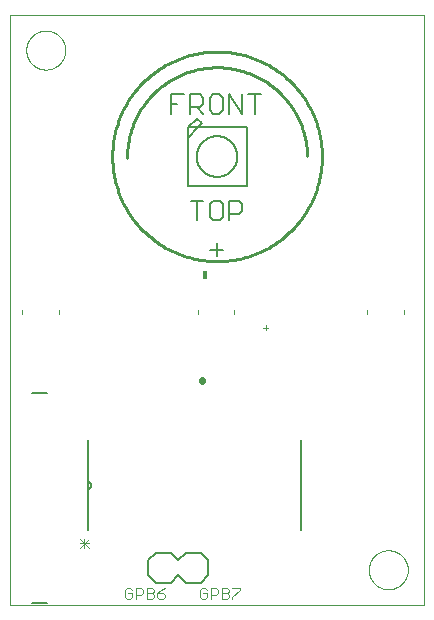
<source format=gto>
G75*
%MOIN*%
%OFA0B0*%
%FSLAX25Y25*%
%IPPOS*%
%LPD*%
%AMOC8*
5,1,8,0,0,1.08239X$1,22.5*
%
%ADD10C,0.00000*%
%ADD11C,0.00600*%
%ADD12C,0.00300*%
%ADD13C,0.01000*%
%ADD14C,0.00500*%
%ADD15C,0.00800*%
%ADD16C,0.00400*%
%ADD17C,0.02200*%
%ADD18R,0.01800X0.03000*%
D10*
X0007524Y0003094D02*
X0007524Y0199944D01*
X0145319Y0199944D01*
X0145319Y0003094D01*
X0007524Y0003094D01*
X0127008Y0014905D02*
X0127010Y0015066D01*
X0127016Y0015226D01*
X0127026Y0015387D01*
X0127040Y0015547D01*
X0127058Y0015707D01*
X0127079Y0015866D01*
X0127105Y0016025D01*
X0127135Y0016183D01*
X0127168Y0016340D01*
X0127206Y0016497D01*
X0127247Y0016652D01*
X0127292Y0016806D01*
X0127341Y0016959D01*
X0127394Y0017111D01*
X0127450Y0017262D01*
X0127511Y0017411D01*
X0127574Y0017559D01*
X0127642Y0017705D01*
X0127713Y0017849D01*
X0127787Y0017991D01*
X0127865Y0018132D01*
X0127947Y0018270D01*
X0128032Y0018407D01*
X0128120Y0018541D01*
X0128212Y0018673D01*
X0128307Y0018803D01*
X0128405Y0018931D01*
X0128506Y0019056D01*
X0128610Y0019178D01*
X0128717Y0019298D01*
X0128827Y0019415D01*
X0128940Y0019530D01*
X0129056Y0019641D01*
X0129175Y0019750D01*
X0129296Y0019855D01*
X0129420Y0019958D01*
X0129546Y0020058D01*
X0129674Y0020154D01*
X0129805Y0020247D01*
X0129939Y0020337D01*
X0130074Y0020424D01*
X0130212Y0020507D01*
X0130351Y0020587D01*
X0130493Y0020663D01*
X0130636Y0020736D01*
X0130781Y0020805D01*
X0130928Y0020871D01*
X0131076Y0020933D01*
X0131226Y0020991D01*
X0131377Y0021046D01*
X0131530Y0021097D01*
X0131684Y0021144D01*
X0131839Y0021187D01*
X0131995Y0021226D01*
X0132151Y0021262D01*
X0132309Y0021293D01*
X0132467Y0021321D01*
X0132626Y0021345D01*
X0132786Y0021365D01*
X0132946Y0021381D01*
X0133106Y0021393D01*
X0133267Y0021401D01*
X0133428Y0021405D01*
X0133588Y0021405D01*
X0133749Y0021401D01*
X0133910Y0021393D01*
X0134070Y0021381D01*
X0134230Y0021365D01*
X0134390Y0021345D01*
X0134549Y0021321D01*
X0134707Y0021293D01*
X0134865Y0021262D01*
X0135021Y0021226D01*
X0135177Y0021187D01*
X0135332Y0021144D01*
X0135486Y0021097D01*
X0135639Y0021046D01*
X0135790Y0020991D01*
X0135940Y0020933D01*
X0136088Y0020871D01*
X0136235Y0020805D01*
X0136380Y0020736D01*
X0136523Y0020663D01*
X0136665Y0020587D01*
X0136804Y0020507D01*
X0136942Y0020424D01*
X0137077Y0020337D01*
X0137211Y0020247D01*
X0137342Y0020154D01*
X0137470Y0020058D01*
X0137596Y0019958D01*
X0137720Y0019855D01*
X0137841Y0019750D01*
X0137960Y0019641D01*
X0138076Y0019530D01*
X0138189Y0019415D01*
X0138299Y0019298D01*
X0138406Y0019178D01*
X0138510Y0019056D01*
X0138611Y0018931D01*
X0138709Y0018803D01*
X0138804Y0018673D01*
X0138896Y0018541D01*
X0138984Y0018407D01*
X0139069Y0018270D01*
X0139151Y0018132D01*
X0139229Y0017991D01*
X0139303Y0017849D01*
X0139374Y0017705D01*
X0139442Y0017559D01*
X0139505Y0017411D01*
X0139566Y0017262D01*
X0139622Y0017111D01*
X0139675Y0016959D01*
X0139724Y0016806D01*
X0139769Y0016652D01*
X0139810Y0016497D01*
X0139848Y0016340D01*
X0139881Y0016183D01*
X0139911Y0016025D01*
X0139937Y0015866D01*
X0139958Y0015707D01*
X0139976Y0015547D01*
X0139990Y0015387D01*
X0140000Y0015226D01*
X0140006Y0015066D01*
X0140008Y0014905D01*
X0140006Y0014744D01*
X0140000Y0014584D01*
X0139990Y0014423D01*
X0139976Y0014263D01*
X0139958Y0014103D01*
X0139937Y0013944D01*
X0139911Y0013785D01*
X0139881Y0013627D01*
X0139848Y0013470D01*
X0139810Y0013313D01*
X0139769Y0013158D01*
X0139724Y0013004D01*
X0139675Y0012851D01*
X0139622Y0012699D01*
X0139566Y0012548D01*
X0139505Y0012399D01*
X0139442Y0012251D01*
X0139374Y0012105D01*
X0139303Y0011961D01*
X0139229Y0011819D01*
X0139151Y0011678D01*
X0139069Y0011540D01*
X0138984Y0011403D01*
X0138896Y0011269D01*
X0138804Y0011137D01*
X0138709Y0011007D01*
X0138611Y0010879D01*
X0138510Y0010754D01*
X0138406Y0010632D01*
X0138299Y0010512D01*
X0138189Y0010395D01*
X0138076Y0010280D01*
X0137960Y0010169D01*
X0137841Y0010060D01*
X0137720Y0009955D01*
X0137596Y0009852D01*
X0137470Y0009752D01*
X0137342Y0009656D01*
X0137211Y0009563D01*
X0137077Y0009473D01*
X0136942Y0009386D01*
X0136804Y0009303D01*
X0136665Y0009223D01*
X0136523Y0009147D01*
X0136380Y0009074D01*
X0136235Y0009005D01*
X0136088Y0008939D01*
X0135940Y0008877D01*
X0135790Y0008819D01*
X0135639Y0008764D01*
X0135486Y0008713D01*
X0135332Y0008666D01*
X0135177Y0008623D01*
X0135021Y0008584D01*
X0134865Y0008548D01*
X0134707Y0008517D01*
X0134549Y0008489D01*
X0134390Y0008465D01*
X0134230Y0008445D01*
X0134070Y0008429D01*
X0133910Y0008417D01*
X0133749Y0008409D01*
X0133588Y0008405D01*
X0133428Y0008405D01*
X0133267Y0008409D01*
X0133106Y0008417D01*
X0132946Y0008429D01*
X0132786Y0008445D01*
X0132626Y0008465D01*
X0132467Y0008489D01*
X0132309Y0008517D01*
X0132151Y0008548D01*
X0131995Y0008584D01*
X0131839Y0008623D01*
X0131684Y0008666D01*
X0131530Y0008713D01*
X0131377Y0008764D01*
X0131226Y0008819D01*
X0131076Y0008877D01*
X0130928Y0008939D01*
X0130781Y0009005D01*
X0130636Y0009074D01*
X0130493Y0009147D01*
X0130351Y0009223D01*
X0130212Y0009303D01*
X0130074Y0009386D01*
X0129939Y0009473D01*
X0129805Y0009563D01*
X0129674Y0009656D01*
X0129546Y0009752D01*
X0129420Y0009852D01*
X0129296Y0009955D01*
X0129175Y0010060D01*
X0129056Y0010169D01*
X0128940Y0010280D01*
X0128827Y0010395D01*
X0128717Y0010512D01*
X0128610Y0010632D01*
X0128506Y0010754D01*
X0128405Y0010879D01*
X0128307Y0011007D01*
X0128212Y0011137D01*
X0128120Y0011269D01*
X0128032Y0011403D01*
X0127947Y0011540D01*
X0127865Y0011678D01*
X0127787Y0011819D01*
X0127713Y0011961D01*
X0127642Y0012105D01*
X0127574Y0012251D01*
X0127511Y0012399D01*
X0127450Y0012548D01*
X0127394Y0012699D01*
X0127341Y0012851D01*
X0127292Y0013004D01*
X0127247Y0013158D01*
X0127206Y0013313D01*
X0127168Y0013470D01*
X0127135Y0013627D01*
X0127105Y0013785D01*
X0127079Y0013944D01*
X0127058Y0014103D01*
X0127040Y0014263D01*
X0127026Y0014423D01*
X0127016Y0014584D01*
X0127010Y0014744D01*
X0127008Y0014905D01*
X0012835Y0188133D02*
X0012837Y0188294D01*
X0012843Y0188454D01*
X0012853Y0188615D01*
X0012867Y0188775D01*
X0012885Y0188935D01*
X0012906Y0189094D01*
X0012932Y0189253D01*
X0012962Y0189411D01*
X0012995Y0189568D01*
X0013033Y0189725D01*
X0013074Y0189880D01*
X0013119Y0190034D01*
X0013168Y0190187D01*
X0013221Y0190339D01*
X0013277Y0190490D01*
X0013338Y0190639D01*
X0013401Y0190787D01*
X0013469Y0190933D01*
X0013540Y0191077D01*
X0013614Y0191219D01*
X0013692Y0191360D01*
X0013774Y0191498D01*
X0013859Y0191635D01*
X0013947Y0191769D01*
X0014039Y0191901D01*
X0014134Y0192031D01*
X0014232Y0192159D01*
X0014333Y0192284D01*
X0014437Y0192406D01*
X0014544Y0192526D01*
X0014654Y0192643D01*
X0014767Y0192758D01*
X0014883Y0192869D01*
X0015002Y0192978D01*
X0015123Y0193083D01*
X0015247Y0193186D01*
X0015373Y0193286D01*
X0015501Y0193382D01*
X0015632Y0193475D01*
X0015766Y0193565D01*
X0015901Y0193652D01*
X0016039Y0193735D01*
X0016178Y0193815D01*
X0016320Y0193891D01*
X0016463Y0193964D01*
X0016608Y0194033D01*
X0016755Y0194099D01*
X0016903Y0194161D01*
X0017053Y0194219D01*
X0017204Y0194274D01*
X0017357Y0194325D01*
X0017511Y0194372D01*
X0017666Y0194415D01*
X0017822Y0194454D01*
X0017978Y0194490D01*
X0018136Y0194521D01*
X0018294Y0194549D01*
X0018453Y0194573D01*
X0018613Y0194593D01*
X0018773Y0194609D01*
X0018933Y0194621D01*
X0019094Y0194629D01*
X0019255Y0194633D01*
X0019415Y0194633D01*
X0019576Y0194629D01*
X0019737Y0194621D01*
X0019897Y0194609D01*
X0020057Y0194593D01*
X0020217Y0194573D01*
X0020376Y0194549D01*
X0020534Y0194521D01*
X0020692Y0194490D01*
X0020848Y0194454D01*
X0021004Y0194415D01*
X0021159Y0194372D01*
X0021313Y0194325D01*
X0021466Y0194274D01*
X0021617Y0194219D01*
X0021767Y0194161D01*
X0021915Y0194099D01*
X0022062Y0194033D01*
X0022207Y0193964D01*
X0022350Y0193891D01*
X0022492Y0193815D01*
X0022631Y0193735D01*
X0022769Y0193652D01*
X0022904Y0193565D01*
X0023038Y0193475D01*
X0023169Y0193382D01*
X0023297Y0193286D01*
X0023423Y0193186D01*
X0023547Y0193083D01*
X0023668Y0192978D01*
X0023787Y0192869D01*
X0023903Y0192758D01*
X0024016Y0192643D01*
X0024126Y0192526D01*
X0024233Y0192406D01*
X0024337Y0192284D01*
X0024438Y0192159D01*
X0024536Y0192031D01*
X0024631Y0191901D01*
X0024723Y0191769D01*
X0024811Y0191635D01*
X0024896Y0191498D01*
X0024978Y0191360D01*
X0025056Y0191219D01*
X0025130Y0191077D01*
X0025201Y0190933D01*
X0025269Y0190787D01*
X0025332Y0190639D01*
X0025393Y0190490D01*
X0025449Y0190339D01*
X0025502Y0190187D01*
X0025551Y0190034D01*
X0025596Y0189880D01*
X0025637Y0189725D01*
X0025675Y0189568D01*
X0025708Y0189411D01*
X0025738Y0189253D01*
X0025764Y0189094D01*
X0025785Y0188935D01*
X0025803Y0188775D01*
X0025817Y0188615D01*
X0025827Y0188454D01*
X0025833Y0188294D01*
X0025835Y0188133D01*
X0025833Y0187972D01*
X0025827Y0187812D01*
X0025817Y0187651D01*
X0025803Y0187491D01*
X0025785Y0187331D01*
X0025764Y0187172D01*
X0025738Y0187013D01*
X0025708Y0186855D01*
X0025675Y0186698D01*
X0025637Y0186541D01*
X0025596Y0186386D01*
X0025551Y0186232D01*
X0025502Y0186079D01*
X0025449Y0185927D01*
X0025393Y0185776D01*
X0025332Y0185627D01*
X0025269Y0185479D01*
X0025201Y0185333D01*
X0025130Y0185189D01*
X0025056Y0185047D01*
X0024978Y0184906D01*
X0024896Y0184768D01*
X0024811Y0184631D01*
X0024723Y0184497D01*
X0024631Y0184365D01*
X0024536Y0184235D01*
X0024438Y0184107D01*
X0024337Y0183982D01*
X0024233Y0183860D01*
X0024126Y0183740D01*
X0024016Y0183623D01*
X0023903Y0183508D01*
X0023787Y0183397D01*
X0023668Y0183288D01*
X0023547Y0183183D01*
X0023423Y0183080D01*
X0023297Y0182980D01*
X0023169Y0182884D01*
X0023038Y0182791D01*
X0022904Y0182701D01*
X0022769Y0182614D01*
X0022631Y0182531D01*
X0022492Y0182451D01*
X0022350Y0182375D01*
X0022207Y0182302D01*
X0022062Y0182233D01*
X0021915Y0182167D01*
X0021767Y0182105D01*
X0021617Y0182047D01*
X0021466Y0181992D01*
X0021313Y0181941D01*
X0021159Y0181894D01*
X0021004Y0181851D01*
X0020848Y0181812D01*
X0020692Y0181776D01*
X0020534Y0181745D01*
X0020376Y0181717D01*
X0020217Y0181693D01*
X0020057Y0181673D01*
X0019897Y0181657D01*
X0019737Y0181645D01*
X0019576Y0181637D01*
X0019415Y0181633D01*
X0019255Y0181633D01*
X0019094Y0181637D01*
X0018933Y0181645D01*
X0018773Y0181657D01*
X0018613Y0181673D01*
X0018453Y0181693D01*
X0018294Y0181717D01*
X0018136Y0181745D01*
X0017978Y0181776D01*
X0017822Y0181812D01*
X0017666Y0181851D01*
X0017511Y0181894D01*
X0017357Y0181941D01*
X0017204Y0181992D01*
X0017053Y0182047D01*
X0016903Y0182105D01*
X0016755Y0182167D01*
X0016608Y0182233D01*
X0016463Y0182302D01*
X0016320Y0182375D01*
X0016178Y0182451D01*
X0016039Y0182531D01*
X0015901Y0182614D01*
X0015766Y0182701D01*
X0015632Y0182791D01*
X0015501Y0182884D01*
X0015373Y0182980D01*
X0015247Y0183080D01*
X0015123Y0183183D01*
X0015002Y0183288D01*
X0014883Y0183397D01*
X0014767Y0183508D01*
X0014654Y0183623D01*
X0014544Y0183740D01*
X0014437Y0183860D01*
X0014333Y0183982D01*
X0014232Y0184107D01*
X0014134Y0184235D01*
X0014039Y0184365D01*
X0013947Y0184497D01*
X0013859Y0184631D01*
X0013774Y0184768D01*
X0013692Y0184906D01*
X0013614Y0185047D01*
X0013540Y0185189D01*
X0013469Y0185333D01*
X0013401Y0185479D01*
X0013338Y0185627D01*
X0013277Y0185776D01*
X0013221Y0185927D01*
X0013168Y0186079D01*
X0013119Y0186232D01*
X0013074Y0186386D01*
X0013033Y0186541D01*
X0012995Y0186698D01*
X0012962Y0186855D01*
X0012932Y0187013D01*
X0012906Y0187172D01*
X0012885Y0187331D01*
X0012867Y0187491D01*
X0012853Y0187651D01*
X0012843Y0187812D01*
X0012837Y0187972D01*
X0012835Y0188133D01*
D11*
X0061088Y0173358D02*
X0061088Y0166953D01*
X0061088Y0170156D02*
X0063223Y0170156D01*
X0061088Y0173358D02*
X0065358Y0173358D01*
X0067533Y0173358D02*
X0070736Y0173358D01*
X0071804Y0172291D01*
X0071804Y0170156D01*
X0070736Y0169088D01*
X0067533Y0169088D01*
X0067533Y0166953D02*
X0067533Y0173358D01*
X0069669Y0169088D02*
X0071804Y0166953D01*
X0073979Y0168020D02*
X0075046Y0166953D01*
X0077182Y0166953D01*
X0078249Y0168020D01*
X0078249Y0172291D01*
X0077182Y0173358D01*
X0075046Y0173358D01*
X0073979Y0172291D01*
X0073979Y0168020D01*
X0080424Y0166953D02*
X0080424Y0173358D01*
X0084695Y0166953D01*
X0084695Y0173358D01*
X0086870Y0173358D02*
X0091140Y0173358D01*
X0089005Y0173358D02*
X0089005Y0166953D01*
X0083690Y0137858D02*
X0080487Y0137858D01*
X0080487Y0131453D01*
X0080487Y0133588D02*
X0083690Y0133588D01*
X0084757Y0134656D01*
X0084757Y0136791D01*
X0083690Y0137858D01*
X0078312Y0136791D02*
X0078312Y0132520D01*
X0077244Y0131453D01*
X0075109Y0131453D01*
X0074041Y0132520D01*
X0074041Y0136791D01*
X0075109Y0137858D01*
X0077244Y0137858D01*
X0078312Y0136791D01*
X0071866Y0137858D02*
X0067596Y0137858D01*
X0069731Y0137858D02*
X0069731Y0131453D01*
X0076345Y0123724D02*
X0076345Y0119454D01*
X0074210Y0121589D02*
X0078480Y0121589D01*
X0104535Y0058114D02*
X0104535Y0028114D01*
X0033335Y0028114D02*
X0033335Y0041914D01*
X0033335Y0044314D01*
X0033335Y0058114D01*
X0033335Y0044314D02*
X0033404Y0044312D01*
X0033472Y0044306D01*
X0033540Y0044296D01*
X0033607Y0044283D01*
X0033673Y0044265D01*
X0033738Y0044244D01*
X0033802Y0044219D01*
X0033864Y0044191D01*
X0033925Y0044159D01*
X0033984Y0044124D01*
X0034040Y0044085D01*
X0034095Y0044043D01*
X0034146Y0043998D01*
X0034196Y0043950D01*
X0034242Y0043900D01*
X0034285Y0043847D01*
X0034326Y0043791D01*
X0034363Y0043734D01*
X0034396Y0043674D01*
X0034427Y0043612D01*
X0034453Y0043549D01*
X0034476Y0043485D01*
X0034496Y0043419D01*
X0034511Y0043352D01*
X0034523Y0043285D01*
X0034531Y0043217D01*
X0034535Y0043148D01*
X0034535Y0043080D01*
X0034531Y0043011D01*
X0034523Y0042943D01*
X0034511Y0042876D01*
X0034496Y0042809D01*
X0034476Y0042743D01*
X0034453Y0042679D01*
X0034427Y0042616D01*
X0034396Y0042554D01*
X0034363Y0042494D01*
X0034326Y0042437D01*
X0034285Y0042381D01*
X0034242Y0042328D01*
X0034196Y0042278D01*
X0034146Y0042230D01*
X0034095Y0042185D01*
X0034040Y0042143D01*
X0033984Y0042104D01*
X0033925Y0042069D01*
X0033864Y0042037D01*
X0033802Y0042009D01*
X0033738Y0041984D01*
X0033673Y0041963D01*
X0033607Y0041945D01*
X0033540Y0041932D01*
X0033472Y0041922D01*
X0033404Y0041916D01*
X0033335Y0041914D01*
D12*
X0033801Y0025300D02*
X0030665Y0022164D01*
X0030665Y0023732D02*
X0033801Y0023732D01*
X0033801Y0022164D02*
X0030665Y0025300D01*
X0032233Y0025300D02*
X0032233Y0022164D01*
X0045674Y0008246D02*
X0045674Y0005819D01*
X0046281Y0005212D01*
X0047494Y0005212D01*
X0048101Y0005819D01*
X0048101Y0007032D01*
X0046887Y0007032D01*
X0045674Y0008246D02*
X0046281Y0008852D01*
X0047494Y0008852D01*
X0048101Y0008246D01*
X0049299Y0008852D02*
X0051119Y0008852D01*
X0051726Y0008246D01*
X0051726Y0007032D01*
X0051119Y0006426D01*
X0049299Y0006426D01*
X0049299Y0005212D02*
X0049299Y0008852D01*
X0052924Y0008852D02*
X0052924Y0005212D01*
X0054744Y0005212D01*
X0055351Y0005819D01*
X0055351Y0006426D01*
X0054744Y0007032D01*
X0052924Y0007032D01*
X0052924Y0008852D02*
X0054744Y0008852D01*
X0055351Y0008246D01*
X0055351Y0007639D01*
X0054744Y0007032D01*
X0056550Y0007032D02*
X0056550Y0005819D01*
X0057156Y0005212D01*
X0058370Y0005212D01*
X0058976Y0005819D01*
X0058976Y0006426D01*
X0058370Y0007032D01*
X0056550Y0007032D01*
X0057763Y0008246D01*
X0058976Y0008852D01*
X0070674Y0008246D02*
X0070674Y0005819D01*
X0071281Y0005212D01*
X0072494Y0005212D01*
X0073101Y0005819D01*
X0073101Y0007032D01*
X0071888Y0007032D01*
X0073101Y0008246D02*
X0072494Y0008852D01*
X0071281Y0008852D01*
X0070674Y0008246D01*
X0074299Y0008852D02*
X0074299Y0005212D01*
X0074299Y0006426D02*
X0076119Y0006426D01*
X0076726Y0007032D01*
X0076726Y0008246D01*
X0076119Y0008852D01*
X0074299Y0008852D01*
X0077924Y0008852D02*
X0077924Y0005212D01*
X0079744Y0005212D01*
X0080351Y0005819D01*
X0080351Y0006426D01*
X0079744Y0007032D01*
X0077924Y0007032D01*
X0077924Y0008852D02*
X0079744Y0008852D01*
X0080351Y0008246D01*
X0080351Y0007639D01*
X0079744Y0007032D01*
X0081550Y0005819D02*
X0081550Y0005212D01*
X0081550Y0005819D02*
X0083976Y0008246D01*
X0083976Y0008852D01*
X0081550Y0008852D01*
X0092625Y0094719D02*
X0092625Y0096621D01*
X0091674Y0095670D02*
X0093575Y0095670D01*
D13*
X0106422Y0152701D02*
X0106406Y0153431D01*
X0106372Y0154161D01*
X0106320Y0154890D01*
X0106250Y0155617D01*
X0106162Y0156342D01*
X0106057Y0157065D01*
X0105934Y0157786D01*
X0105794Y0158503D01*
X0105637Y0159216D01*
X0105462Y0159925D01*
X0105270Y0160630D01*
X0105060Y0161330D01*
X0104834Y0162025D01*
X0104591Y0162714D01*
X0104331Y0163397D01*
X0104055Y0164073D01*
X0103762Y0164743D01*
X0103453Y0165405D01*
X0103128Y0166059D01*
X0102787Y0166706D01*
X0102431Y0167343D01*
X0102059Y0167972D01*
X0101672Y0168592D01*
X0101270Y0169202D01*
X0100853Y0169802D01*
X0100422Y0170392D01*
X0099976Y0170971D01*
X0099517Y0171539D01*
X0099043Y0172096D01*
X0098557Y0172641D01*
X0098057Y0173174D01*
X0097545Y0173694D01*
X0097019Y0174202D01*
X0096482Y0174697D01*
X0095933Y0175179D01*
X0095372Y0175648D01*
X0094800Y0176102D01*
X0094217Y0176543D01*
X0093624Y0176969D01*
X0093020Y0177380D01*
X0092407Y0177777D01*
X0091784Y0178159D01*
X0091151Y0178525D01*
X0090511Y0178876D01*
X0089861Y0179212D01*
X0089204Y0179531D01*
X0088540Y0179834D01*
X0087868Y0180121D01*
X0087189Y0180391D01*
X0086504Y0180645D01*
X0085813Y0180882D01*
X0085116Y0181103D01*
X0084414Y0181306D01*
X0083708Y0181492D01*
X0082997Y0181661D01*
X0082282Y0181812D01*
X0081564Y0181946D01*
X0080842Y0182063D01*
X0080119Y0182161D01*
X0079392Y0182243D01*
X0078665Y0182306D01*
X0077935Y0182352D01*
X0077205Y0182380D01*
X0076475Y0182390D01*
X0075744Y0182382D01*
X0075014Y0182357D01*
X0074285Y0182314D01*
X0073556Y0182253D01*
X0072830Y0182174D01*
X0072106Y0182078D01*
X0071384Y0181964D01*
X0070665Y0181833D01*
X0069950Y0181684D01*
X0069239Y0181517D01*
X0068531Y0181334D01*
X0067829Y0181133D01*
X0067132Y0180915D01*
X0066440Y0180681D01*
X0065754Y0180429D01*
X0065074Y0180161D01*
X0064401Y0179876D01*
X0063735Y0179576D01*
X0063077Y0179259D01*
X0062427Y0178926D01*
X0061784Y0178577D01*
X0061151Y0178213D01*
X0060527Y0177833D01*
X0059912Y0177439D01*
X0059307Y0177029D01*
X0058712Y0176605D01*
X0058127Y0176167D01*
X0057554Y0175714D01*
X0056991Y0175248D01*
X0056440Y0174768D01*
X0055901Y0174275D01*
X0055374Y0173768D01*
X0054860Y0173250D01*
X0054358Y0172718D01*
X0053870Y0172175D01*
X0053395Y0171620D01*
X0052933Y0171054D01*
X0052486Y0170476D01*
X0052052Y0169888D01*
X0051633Y0169289D01*
X0051229Y0168681D01*
X0050840Y0168062D01*
X0050466Y0167435D01*
X0050107Y0166798D01*
X0049764Y0166153D01*
X0049437Y0165500D01*
X0049126Y0164839D01*
X0048830Y0164170D01*
X0048552Y0163495D01*
X0048289Y0162813D01*
X0048044Y0162125D01*
X0047815Y0161431D01*
X0047604Y0160732D01*
X0047409Y0160028D01*
X0047232Y0159319D01*
X0047071Y0158606D01*
X0046929Y0157889D01*
X0046803Y0157169D01*
X0046696Y0156447D01*
X0046606Y0155722D01*
X0046533Y0154995D01*
X0046479Y0154266D01*
X0046442Y0153536D01*
X0046423Y0152806D01*
X0046422Y0152075D01*
X0041483Y0152700D02*
X0041494Y0153557D01*
X0041525Y0154414D01*
X0041578Y0155270D01*
X0041651Y0156125D01*
X0041746Y0156977D01*
X0041861Y0157827D01*
X0041997Y0158673D01*
X0042154Y0159516D01*
X0042332Y0160355D01*
X0042530Y0161189D01*
X0042749Y0162019D01*
X0042987Y0162842D01*
X0043246Y0163660D01*
X0043525Y0164471D01*
X0043824Y0165274D01*
X0044143Y0166071D01*
X0044480Y0166859D01*
X0044838Y0167638D01*
X0045214Y0168409D01*
X0045609Y0169170D01*
X0046022Y0169921D01*
X0046454Y0170662D01*
X0046904Y0171392D01*
X0047371Y0172111D01*
X0047856Y0172818D01*
X0048359Y0173513D01*
X0048878Y0174196D01*
X0049414Y0174865D01*
X0049966Y0175521D01*
X0050534Y0176164D01*
X0051118Y0176792D01*
X0051716Y0177406D01*
X0052330Y0178004D01*
X0052958Y0178588D01*
X0053601Y0179156D01*
X0054257Y0179708D01*
X0054926Y0180244D01*
X0055609Y0180763D01*
X0056304Y0181266D01*
X0057011Y0181751D01*
X0057730Y0182218D01*
X0058460Y0182668D01*
X0059201Y0183100D01*
X0059952Y0183513D01*
X0060713Y0183908D01*
X0061484Y0184284D01*
X0062263Y0184642D01*
X0063051Y0184979D01*
X0063848Y0185298D01*
X0064651Y0185597D01*
X0065462Y0185876D01*
X0066280Y0186135D01*
X0067103Y0186373D01*
X0067933Y0186592D01*
X0068767Y0186790D01*
X0069606Y0186968D01*
X0070449Y0187125D01*
X0071295Y0187261D01*
X0072145Y0187376D01*
X0072997Y0187471D01*
X0073852Y0187544D01*
X0074708Y0187597D01*
X0075565Y0187628D01*
X0076422Y0187639D01*
X0077279Y0187628D01*
X0078136Y0187597D01*
X0078992Y0187544D01*
X0079847Y0187471D01*
X0080699Y0187376D01*
X0081549Y0187261D01*
X0082395Y0187125D01*
X0083238Y0186968D01*
X0084077Y0186790D01*
X0084911Y0186592D01*
X0085741Y0186373D01*
X0086564Y0186135D01*
X0087382Y0185876D01*
X0088193Y0185597D01*
X0088996Y0185298D01*
X0089793Y0184979D01*
X0090581Y0184642D01*
X0091360Y0184284D01*
X0092131Y0183908D01*
X0092892Y0183513D01*
X0093643Y0183100D01*
X0094384Y0182668D01*
X0095114Y0182218D01*
X0095833Y0181751D01*
X0096540Y0181266D01*
X0097235Y0180763D01*
X0097918Y0180244D01*
X0098587Y0179708D01*
X0099243Y0179156D01*
X0099886Y0178588D01*
X0100514Y0178004D01*
X0101128Y0177406D01*
X0101726Y0176792D01*
X0102310Y0176164D01*
X0102878Y0175521D01*
X0103430Y0174865D01*
X0103966Y0174196D01*
X0104485Y0173513D01*
X0104988Y0172818D01*
X0105473Y0172111D01*
X0105940Y0171392D01*
X0106390Y0170662D01*
X0106822Y0169921D01*
X0107235Y0169170D01*
X0107630Y0168409D01*
X0108006Y0167638D01*
X0108364Y0166859D01*
X0108701Y0166071D01*
X0109020Y0165274D01*
X0109319Y0164471D01*
X0109598Y0163660D01*
X0109857Y0162842D01*
X0110095Y0162019D01*
X0110314Y0161189D01*
X0110512Y0160355D01*
X0110690Y0159516D01*
X0110847Y0158673D01*
X0110983Y0157827D01*
X0111098Y0156977D01*
X0111193Y0156125D01*
X0111266Y0155270D01*
X0111319Y0154414D01*
X0111350Y0153557D01*
X0111361Y0152700D01*
X0111350Y0151843D01*
X0111319Y0150986D01*
X0111266Y0150130D01*
X0111193Y0149275D01*
X0111098Y0148423D01*
X0110983Y0147573D01*
X0110847Y0146727D01*
X0110690Y0145884D01*
X0110512Y0145045D01*
X0110314Y0144211D01*
X0110095Y0143381D01*
X0109857Y0142558D01*
X0109598Y0141740D01*
X0109319Y0140929D01*
X0109020Y0140126D01*
X0108701Y0139329D01*
X0108364Y0138541D01*
X0108006Y0137762D01*
X0107630Y0136991D01*
X0107235Y0136230D01*
X0106822Y0135479D01*
X0106390Y0134738D01*
X0105940Y0134008D01*
X0105473Y0133289D01*
X0104988Y0132582D01*
X0104485Y0131887D01*
X0103966Y0131204D01*
X0103430Y0130535D01*
X0102878Y0129879D01*
X0102310Y0129236D01*
X0101726Y0128608D01*
X0101128Y0127994D01*
X0100514Y0127396D01*
X0099886Y0126812D01*
X0099243Y0126244D01*
X0098587Y0125692D01*
X0097918Y0125156D01*
X0097235Y0124637D01*
X0096540Y0124134D01*
X0095833Y0123649D01*
X0095114Y0123182D01*
X0094384Y0122732D01*
X0093643Y0122300D01*
X0092892Y0121887D01*
X0092131Y0121492D01*
X0091360Y0121116D01*
X0090581Y0120758D01*
X0089793Y0120421D01*
X0088996Y0120102D01*
X0088193Y0119803D01*
X0087382Y0119524D01*
X0086564Y0119265D01*
X0085741Y0119027D01*
X0084911Y0118808D01*
X0084077Y0118610D01*
X0083238Y0118432D01*
X0082395Y0118275D01*
X0081549Y0118139D01*
X0080699Y0118024D01*
X0079847Y0117929D01*
X0078992Y0117856D01*
X0078136Y0117803D01*
X0077279Y0117772D01*
X0076422Y0117761D01*
X0075565Y0117772D01*
X0074708Y0117803D01*
X0073852Y0117856D01*
X0072997Y0117929D01*
X0072145Y0118024D01*
X0071295Y0118139D01*
X0070449Y0118275D01*
X0069606Y0118432D01*
X0068767Y0118610D01*
X0067933Y0118808D01*
X0067103Y0119027D01*
X0066280Y0119265D01*
X0065462Y0119524D01*
X0064651Y0119803D01*
X0063848Y0120102D01*
X0063051Y0120421D01*
X0062263Y0120758D01*
X0061484Y0121116D01*
X0060713Y0121492D01*
X0059952Y0121887D01*
X0059201Y0122300D01*
X0058460Y0122732D01*
X0057730Y0123182D01*
X0057011Y0123649D01*
X0056304Y0124134D01*
X0055609Y0124637D01*
X0054926Y0125156D01*
X0054257Y0125692D01*
X0053601Y0126244D01*
X0052958Y0126812D01*
X0052330Y0127396D01*
X0051716Y0127994D01*
X0051118Y0128608D01*
X0050534Y0129236D01*
X0049966Y0129879D01*
X0049414Y0130535D01*
X0048878Y0131204D01*
X0048359Y0131887D01*
X0047856Y0132582D01*
X0047371Y0133289D01*
X0046904Y0134008D01*
X0046454Y0134738D01*
X0046022Y0135479D01*
X0045609Y0136230D01*
X0045214Y0136991D01*
X0044838Y0137762D01*
X0044480Y0138541D01*
X0044143Y0139329D01*
X0043824Y0140126D01*
X0043525Y0140929D01*
X0043246Y0141740D01*
X0042987Y0142558D01*
X0042749Y0143381D01*
X0042530Y0144211D01*
X0042332Y0145045D01*
X0042154Y0145884D01*
X0041997Y0146727D01*
X0041861Y0147573D01*
X0041746Y0148423D01*
X0041651Y0149275D01*
X0041578Y0150130D01*
X0041525Y0150986D01*
X0041494Y0151843D01*
X0041483Y0152700D01*
D14*
X0066579Y0158999D02*
X0066579Y0142858D01*
X0086264Y0142858D01*
X0086264Y0162543D01*
X0070123Y0162543D01*
X0071304Y0163724D01*
X0069729Y0165299D01*
X0066579Y0162543D01*
X0070123Y0162543D01*
X0066579Y0158999D01*
X0066579Y0162543D01*
X0069649Y0152700D02*
X0069651Y0152866D01*
X0069657Y0153032D01*
X0069667Y0153198D01*
X0069682Y0153364D01*
X0069700Y0153529D01*
X0069722Y0153694D01*
X0069749Y0153858D01*
X0069779Y0154021D01*
X0069814Y0154184D01*
X0069852Y0154346D01*
X0069894Y0154506D01*
X0069941Y0154666D01*
X0069991Y0154825D01*
X0070045Y0154982D01*
X0070103Y0155138D01*
X0070165Y0155292D01*
X0070230Y0155445D01*
X0070299Y0155596D01*
X0070372Y0155745D01*
X0070449Y0155893D01*
X0070529Y0156038D01*
X0070613Y0156182D01*
X0070700Y0156324D01*
X0070790Y0156463D01*
X0070884Y0156600D01*
X0070982Y0156735D01*
X0071083Y0156867D01*
X0071186Y0156997D01*
X0071293Y0157124D01*
X0071404Y0157248D01*
X0071517Y0157370D01*
X0071633Y0157489D01*
X0071752Y0157605D01*
X0071874Y0157718D01*
X0071998Y0157829D01*
X0072125Y0157936D01*
X0072255Y0158039D01*
X0072387Y0158140D01*
X0072522Y0158238D01*
X0072659Y0158332D01*
X0072798Y0158422D01*
X0072940Y0158509D01*
X0073084Y0158593D01*
X0073229Y0158673D01*
X0073377Y0158750D01*
X0073526Y0158823D01*
X0073677Y0158892D01*
X0073830Y0158957D01*
X0073984Y0159019D01*
X0074140Y0159077D01*
X0074297Y0159131D01*
X0074456Y0159181D01*
X0074616Y0159228D01*
X0074776Y0159270D01*
X0074938Y0159308D01*
X0075101Y0159343D01*
X0075264Y0159373D01*
X0075428Y0159400D01*
X0075593Y0159422D01*
X0075758Y0159440D01*
X0075924Y0159455D01*
X0076090Y0159465D01*
X0076256Y0159471D01*
X0076422Y0159473D01*
X0076588Y0159471D01*
X0076754Y0159465D01*
X0076920Y0159455D01*
X0077086Y0159440D01*
X0077251Y0159422D01*
X0077416Y0159400D01*
X0077580Y0159373D01*
X0077743Y0159343D01*
X0077906Y0159308D01*
X0078068Y0159270D01*
X0078228Y0159228D01*
X0078388Y0159181D01*
X0078547Y0159131D01*
X0078704Y0159077D01*
X0078860Y0159019D01*
X0079014Y0158957D01*
X0079167Y0158892D01*
X0079318Y0158823D01*
X0079467Y0158750D01*
X0079615Y0158673D01*
X0079760Y0158593D01*
X0079904Y0158509D01*
X0080046Y0158422D01*
X0080185Y0158332D01*
X0080322Y0158238D01*
X0080457Y0158140D01*
X0080589Y0158039D01*
X0080719Y0157936D01*
X0080846Y0157829D01*
X0080970Y0157718D01*
X0081092Y0157605D01*
X0081211Y0157489D01*
X0081327Y0157370D01*
X0081440Y0157248D01*
X0081551Y0157124D01*
X0081658Y0156997D01*
X0081761Y0156867D01*
X0081862Y0156735D01*
X0081960Y0156600D01*
X0082054Y0156463D01*
X0082144Y0156324D01*
X0082231Y0156182D01*
X0082315Y0156038D01*
X0082395Y0155893D01*
X0082472Y0155745D01*
X0082545Y0155596D01*
X0082614Y0155445D01*
X0082679Y0155292D01*
X0082741Y0155138D01*
X0082799Y0154982D01*
X0082853Y0154825D01*
X0082903Y0154666D01*
X0082950Y0154506D01*
X0082992Y0154346D01*
X0083030Y0154184D01*
X0083065Y0154021D01*
X0083095Y0153858D01*
X0083122Y0153694D01*
X0083144Y0153529D01*
X0083162Y0153364D01*
X0083177Y0153198D01*
X0083187Y0153032D01*
X0083193Y0152866D01*
X0083195Y0152700D01*
X0083193Y0152534D01*
X0083187Y0152368D01*
X0083177Y0152202D01*
X0083162Y0152036D01*
X0083144Y0151871D01*
X0083122Y0151706D01*
X0083095Y0151542D01*
X0083065Y0151379D01*
X0083030Y0151216D01*
X0082992Y0151054D01*
X0082950Y0150894D01*
X0082903Y0150734D01*
X0082853Y0150575D01*
X0082799Y0150418D01*
X0082741Y0150262D01*
X0082679Y0150108D01*
X0082614Y0149955D01*
X0082545Y0149804D01*
X0082472Y0149655D01*
X0082395Y0149507D01*
X0082315Y0149362D01*
X0082231Y0149218D01*
X0082144Y0149076D01*
X0082054Y0148937D01*
X0081960Y0148800D01*
X0081862Y0148665D01*
X0081761Y0148533D01*
X0081658Y0148403D01*
X0081551Y0148276D01*
X0081440Y0148152D01*
X0081327Y0148030D01*
X0081211Y0147911D01*
X0081092Y0147795D01*
X0080970Y0147682D01*
X0080846Y0147571D01*
X0080719Y0147464D01*
X0080589Y0147361D01*
X0080457Y0147260D01*
X0080322Y0147162D01*
X0080185Y0147068D01*
X0080046Y0146978D01*
X0079904Y0146891D01*
X0079760Y0146807D01*
X0079615Y0146727D01*
X0079467Y0146650D01*
X0079318Y0146577D01*
X0079167Y0146508D01*
X0079014Y0146443D01*
X0078860Y0146381D01*
X0078704Y0146323D01*
X0078547Y0146269D01*
X0078388Y0146219D01*
X0078228Y0146172D01*
X0078068Y0146130D01*
X0077906Y0146092D01*
X0077743Y0146057D01*
X0077580Y0146027D01*
X0077416Y0146000D01*
X0077251Y0145978D01*
X0077086Y0145960D01*
X0076920Y0145945D01*
X0076754Y0145935D01*
X0076588Y0145929D01*
X0076422Y0145927D01*
X0076256Y0145929D01*
X0076090Y0145935D01*
X0075924Y0145945D01*
X0075758Y0145960D01*
X0075593Y0145978D01*
X0075428Y0146000D01*
X0075264Y0146027D01*
X0075101Y0146057D01*
X0074938Y0146092D01*
X0074776Y0146130D01*
X0074616Y0146172D01*
X0074456Y0146219D01*
X0074297Y0146269D01*
X0074140Y0146323D01*
X0073984Y0146381D01*
X0073830Y0146443D01*
X0073677Y0146508D01*
X0073526Y0146577D01*
X0073377Y0146650D01*
X0073229Y0146727D01*
X0073084Y0146807D01*
X0072940Y0146891D01*
X0072798Y0146978D01*
X0072659Y0147068D01*
X0072522Y0147162D01*
X0072387Y0147260D01*
X0072255Y0147361D01*
X0072125Y0147464D01*
X0071998Y0147571D01*
X0071874Y0147682D01*
X0071752Y0147795D01*
X0071633Y0147911D01*
X0071517Y0148030D01*
X0071404Y0148152D01*
X0071293Y0148276D01*
X0071186Y0148403D01*
X0071083Y0148533D01*
X0070982Y0148665D01*
X0070884Y0148800D01*
X0070790Y0148937D01*
X0070700Y0149076D01*
X0070613Y0149218D01*
X0070529Y0149362D01*
X0070449Y0149507D01*
X0070372Y0149655D01*
X0070299Y0149804D01*
X0070230Y0149955D01*
X0070165Y0150108D01*
X0070103Y0150262D01*
X0070045Y0150418D01*
X0069991Y0150575D01*
X0069941Y0150734D01*
X0069894Y0150894D01*
X0069852Y0151054D01*
X0069814Y0151216D01*
X0069779Y0151379D01*
X0069749Y0151542D01*
X0069722Y0151706D01*
X0069700Y0151871D01*
X0069682Y0152036D01*
X0069667Y0152202D01*
X0069657Y0152368D01*
X0069651Y0152534D01*
X0069649Y0152700D01*
D15*
X0019867Y0073999D02*
X0014867Y0073999D01*
X0056024Y0020594D02*
X0053524Y0018094D01*
X0053524Y0013094D01*
X0056024Y0010594D01*
X0061024Y0010594D01*
X0063524Y0013094D01*
X0066024Y0010594D01*
X0071024Y0010594D01*
X0073524Y0013094D01*
X0073524Y0018094D01*
X0071024Y0020594D01*
X0066024Y0020594D01*
X0063524Y0018094D01*
X0061024Y0020594D01*
X0056024Y0020594D01*
X0019867Y0003999D02*
X0014867Y0003999D01*
D16*
X0011382Y0100180D02*
X0011382Y0101362D01*
X0023587Y0101362D02*
X0023587Y0100180D01*
X0069922Y0100180D02*
X0069922Y0101362D01*
X0082127Y0101362D02*
X0082127Y0100180D01*
X0126422Y0100180D02*
X0126422Y0101362D01*
X0138627Y0101362D02*
X0138627Y0100180D01*
D17*
X0071524Y0078214D02*
X0071524Y0077974D01*
D18*
X0072524Y0113094D03*
M02*

</source>
